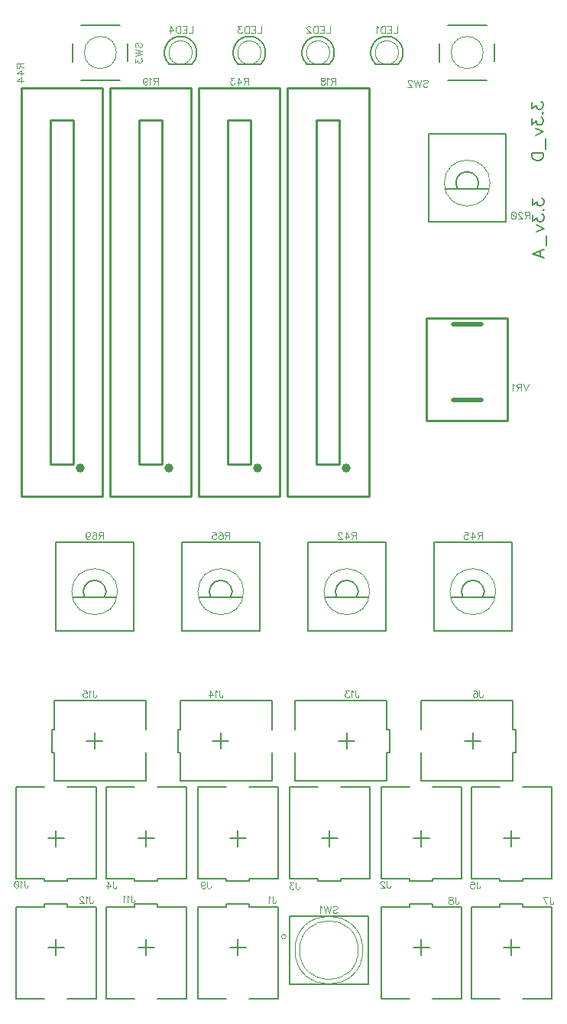
<source format=gbo>
G04 DipTrace 3.3.0.0*
G04 monsooon_01.GBO*
%MOIN*%
G04 #@! TF.FileFunction,Legend,Bot*
G04 #@! TF.Part,Single*
%ADD10C,0.009843*%
%ADD15C,0.008*%
%ADD24C,0.006*%
%ADD33C,0.000013*%
%ADD41C,0.005*%
%ADD43C,0.005984*%
%ADD50O,0.039405X0.039508*%
%ADD58C,0.02*%
%ADD121C,0.004632*%
%ADD125C,0.00772*%
%FSLAX26Y26*%
G04*
G70*
G90*
G75*
G01*
G04 BotSilk*
%LPD*%
X1416734Y644320D2*
D24*
X1346699D1*
X1381699Y609373D2*
Y679317D1*
X1331684Y819204D2*
X1206699D1*
X1431714D2*
X1556699D1*
X1431714Y419194D2*
X1556699D1*
X1331684D2*
X1206699D1*
Y819204D1*
X1556699D2*
Y419194D1*
X1431714Y819204D2*
D43*
Y831678D1*
X1331684D1*
Y819204D1*
X2146664Y1119078D2*
D24*
X2216699D1*
X2181699Y1154025D2*
Y1084082D1*
X2231714Y944195D2*
X2356699D1*
X2131684D2*
X2006699D1*
X2131684Y1344204D2*
X2006699D1*
X2231714D2*
X2356699D1*
Y944195D1*
X2006699D2*
Y1344204D1*
X2131684Y944195D2*
D43*
Y931721D1*
X2231714D1*
Y944195D1*
X1746664Y1119078D2*
D24*
X1816699D1*
X1781699Y1154025D2*
Y1084082D1*
X1831714Y944195D2*
X1956699D1*
X1731684D2*
X1606699D1*
X1731684Y1344204D2*
X1606699D1*
X1831714D2*
X1956699D1*
Y944195D1*
X1606699D2*
Y1344204D1*
X1731684Y944195D2*
D43*
Y931721D1*
X1831714D1*
Y944195D1*
X946664Y1119078D2*
D24*
X1016699D1*
X981699Y1154025D2*
Y1084082D1*
X1031714Y944195D2*
X1156699D1*
X931684D2*
X806699D1*
X931684Y1344204D2*
X806699D1*
X1031714D2*
X1156699D1*
Y944195D1*
X806699D2*
Y1344204D1*
X931684Y944195D2*
D43*
Y931721D1*
X1031714D1*
Y944195D1*
X2540415Y1119078D2*
D24*
X2610450D1*
X2575450Y1154025D2*
Y1084082D1*
X2625465Y944195D2*
X2750450D1*
X2525435D2*
X2400450D1*
X2525435Y1344204D2*
X2400450D1*
X2625465D2*
X2750450D1*
Y944195D1*
X2400450D2*
Y1344204D1*
X2525435Y944195D2*
D43*
Y931721D1*
X2625465D1*
Y944195D1*
X2406820Y1509164D2*
D24*
Y1579199D1*
X2371873Y1544199D2*
X2441817D1*
X2581704Y1594214D2*
Y1719199D1*
Y1494184D2*
Y1369199D1*
X2181694Y1494184D2*
Y1369199D1*
Y1594214D2*
Y1719199D1*
X2581704D1*
Y1369199D2*
X2181694D1*
X2581704Y1494184D2*
D43*
X2594178D1*
Y1594214D1*
X2581704D1*
X2610485Y644320D2*
D24*
X2540450D1*
X2575450Y609373D2*
Y679317D1*
X2525435Y819204D2*
X2400450D1*
X2625465D2*
X2750450D1*
X2625465Y419194D2*
X2750450D1*
X2525435D2*
X2400450D1*
Y819204D1*
X2750450D2*
Y419194D1*
X2625465Y819204D2*
D43*
Y831678D1*
X2525435D1*
Y819204D1*
X2216734Y644320D2*
D24*
X2146699D1*
X2181699Y609373D2*
Y679317D1*
X2131684Y819204D2*
X2006699D1*
X2231714D2*
X2356699D1*
X2231714Y419194D2*
X2356699D1*
X2131684D2*
X2006699D1*
Y819204D1*
X2356699D2*
Y419194D1*
X2231714Y819204D2*
D43*
Y831678D1*
X2131684D1*
Y819204D1*
X1346664Y1119078D2*
D24*
X1416699D1*
X1381699Y1154025D2*
Y1084082D1*
X1431714Y944195D2*
X1556699D1*
X1331684D2*
X1206699D1*
X1331684Y1344204D2*
X1206699D1*
X1431714D2*
X1556699D1*
Y944195D1*
X1206699D2*
Y1344204D1*
X1331684Y944195D2*
D43*
Y931721D1*
X1431714D1*
Y944195D1*
X552915Y1119078D2*
D24*
X622950D1*
X587950Y1154025D2*
Y1084082D1*
X637965Y944195D2*
X762950D1*
X537935D2*
X412950D1*
X537935Y1344204D2*
X412950D1*
X637965D2*
X762950D1*
Y944195D1*
X412950D2*
Y1344204D1*
X537935Y944195D2*
D43*
Y931721D1*
X637965D1*
Y944195D1*
X1016734Y644320D2*
D24*
X946699D1*
X981699Y609373D2*
Y679317D1*
X931684Y819204D2*
X806699D1*
X1031714D2*
X1156699D1*
X1031714Y419194D2*
X1156699D1*
X931684D2*
X806699D1*
Y819204D1*
X1156699D2*
Y419194D1*
X1031714Y819204D2*
D43*
Y831678D1*
X931684D1*
Y819204D1*
X622985Y644320D2*
D24*
X552950D1*
X587950Y609373D2*
Y679317D1*
X537935Y819204D2*
X412950D1*
X637965D2*
X762950D1*
X637965Y419194D2*
X762950D1*
X537935D2*
X412950D1*
Y819204D1*
X762950D2*
Y419194D1*
X637965Y819204D2*
D43*
Y831678D1*
X537935D1*
Y819204D1*
X1856820Y1509164D2*
D24*
Y1579199D1*
X1821873Y1544199D2*
X1891817D1*
X2031704Y1594214D2*
Y1719199D1*
Y1494184D2*
Y1369199D1*
X1631694Y1494184D2*
Y1369199D1*
Y1594214D2*
Y1719199D1*
X2031704D1*
Y1369199D2*
X1631694D1*
X2031704Y1494184D2*
D43*
X2044178D1*
Y1594214D1*
X2031704D1*
X1306578Y1579234D2*
D24*
Y1509199D1*
X1341525Y1544199D2*
X1271582D1*
X1131695Y1494184D2*
Y1369199D1*
Y1594214D2*
Y1719199D1*
X1531704Y1594214D2*
Y1719199D1*
Y1494184D2*
Y1369199D1*
X1131695D1*
Y1719199D2*
X1531704D1*
X1131695Y1594214D2*
D43*
X1119221D1*
Y1494184D1*
X1131695D1*
X756578Y1579234D2*
D24*
Y1509199D1*
X791525Y1544199D2*
X721582D1*
X581695Y1494184D2*
Y1369199D1*
Y1594214D2*
Y1719199D1*
X981704Y1594214D2*
Y1719199D1*
Y1494184D2*
Y1369199D1*
X581695D1*
Y1719199D2*
X981704D1*
X581695Y1594214D2*
D43*
X569221D1*
Y1494184D1*
X581695D1*
X1980522Y4544201D2*
D33*
G02X1980522Y4544201I51178J0D01*
G01*
X2081709Y4494201D2*
D41*
G03X1981690Y4494201I-50009J49995D01*
G01*
X2081709D2*
X1981690D1*
X1680522Y4544201D2*
D33*
G02X1680522Y4544201I51178J0D01*
G01*
X1781709Y4494201D2*
D41*
G03X1681690Y4494201I-50009J49995D01*
G01*
X1781709D2*
X1681690D1*
X1380522Y4544201D2*
D33*
G02X1380522Y4544201I51178J0D01*
G01*
X1481709Y4494201D2*
D41*
G03X1381690Y4494201I-50009J49995D01*
G01*
X1481709D2*
X1381690D1*
X1080522Y4544201D2*
D33*
G02X1080522Y4544201I51178J0D01*
G01*
X1181709Y4494201D2*
D41*
G03X1081690Y4494201I-50009J49995D01*
G01*
X1181709D2*
X1081690D1*
X1952631Y2610640D2*
D10*
X1598270D1*
X1952631D2*
Y4390258D1*
X1598270Y2610640D2*
Y4390258D1*
X1952631D2*
X1598270D1*
X1825470Y4250380D2*
X1725431D1*
X1825470D2*
Y2750518D1*
X1725431D2*
X1825470D1*
X1725431D2*
Y4250380D1*
D50*
X1855148Y2732722D3*
X1177631Y2610650D2*
D10*
X823270D1*
X1177631D2*
Y4390268D1*
X823270Y2610650D2*
Y4390268D1*
X1177631D2*
X823270D1*
X1050470Y4250390D2*
X950431D1*
X1050470D2*
Y2750528D1*
X950431D2*
X1050470D1*
X950431D2*
Y4250390D1*
D50*
X1080148Y2732732D3*
X2281714Y3975460D2*
D33*
G02X2281714Y3975460I99985J0D01*
G01*
X2550777Y4190411D2*
D41*
X2212621D1*
Y3804982D1*
X2550777D1*
Y4190411D1*
X2338412Y3950850D2*
D15*
G02X2424986Y3950850I43287J24597D01*
G01*
X2338412D2*
X2424986D1*
X2285229D2*
X2477153D1*
X1756714Y2194209D2*
D33*
G02X1756714Y2194209I99985J0D01*
G01*
X2025777Y2409160D2*
D41*
X1687621D1*
Y2023731D1*
X2025777D1*
Y2409160D1*
X1813412Y2169599D2*
D15*
G02X1899986Y2169599I43287J24597D01*
G01*
X1813412D2*
X1899986D1*
X1760229D2*
X1952153D1*
X1565129Y2610640D2*
D10*
X1210768D1*
X1565129D2*
Y4390258D1*
X1210768Y2610640D2*
Y4390258D1*
X1565129D2*
X1210768D1*
X1437968Y4250380D2*
X1337929D1*
X1437968D2*
Y2750518D1*
X1337929D2*
X1437968D1*
X1337929D2*
Y4250380D1*
D50*
X1467646Y2732722D3*
X790140Y2610640D2*
D10*
X435779D1*
X790140D2*
Y4390258D1*
X435779Y2610640D2*
Y4390258D1*
X790140D2*
X435779D1*
X662979Y4250380D2*
X562940D1*
X662979D2*
Y2750518D1*
X562940D2*
X662979D1*
X562940D2*
Y4250380D1*
D50*
X692657Y2732722D3*
X2306714Y2194209D2*
D33*
G02X2306714Y2194209I99985J0D01*
G01*
X2575777Y2409160D2*
D41*
X2237621D1*
Y2023731D1*
X2575777D1*
Y2409160D1*
X2363412Y2169599D2*
D15*
G02X2449986Y2169599I43287J24597D01*
G01*
X2363412D2*
X2449986D1*
X2310229D2*
X2502153D1*
X1206714Y2194209D2*
D33*
G02X1206714Y2194209I99985J0D01*
G01*
X1475777Y2409160D2*
D41*
X1137621D1*
Y2023731D1*
X1475777D1*
Y2409160D1*
X1263412Y2169599D2*
D15*
G02X1349986Y2169599I43287J24597D01*
G01*
X1263412D2*
X1349986D1*
X1210229D2*
X1402153D1*
X656714Y2194209D2*
D33*
G02X656714Y2194209I99985J0D01*
G01*
X925777Y2409160D2*
D41*
X587621D1*
Y2023731D1*
X925777D1*
Y2409160D1*
X713412Y2169599D2*
D15*
G02X799986Y2169599I43287J24597D01*
G01*
X713412D2*
X799986D1*
X660229D2*
X852153D1*
X1571852Y690752D2*
D33*
G02X1571852Y690752I9847J0D01*
G01*
X1630584Y631699D2*
G02X1630584Y631699I147966J0D01*
G01*
X1650584D2*
G02X1650584Y631699I127966J0D01*
G01*
X1607301Y779338D2*
D41*
X1949799D1*
Y484060D1*
X1607301Y779338D2*
Y484060D1*
X1949799D1*
X2311706Y4544199D2*
D33*
G02X2311706Y4544199I69993J0D01*
G01*
X2466707Y4424197D2*
D15*
X2296691D1*
Y4664202D2*
X2466707D1*
X2501687Y4504913D2*
Y4584192D1*
X2261711Y4503728D2*
Y4584192D1*
X711706Y4544199D2*
D33*
G02X711706Y4544199I69993J0D01*
G01*
X866707Y4424197D2*
D15*
X696691D1*
Y4664202D2*
X866707D1*
X901687Y4504913D2*
Y4584192D1*
X661711Y4503728D2*
Y4584192D1*
X2558817Y3385143D2*
D10*
X2204582D1*
Y2938242D1*
X2558817D1*
Y3385143D1*
X2443676Y3359219D2*
D58*
X2319675D1*
X2443676Y3029194D2*
X2319675D1*
X1532504Y866872D2*
D121*
Y843924D1*
X1533930Y839613D1*
X1535389Y838187D1*
X1538241Y836728D1*
X1541126D1*
X1543978Y838187D1*
X1545404Y839613D1*
X1546863Y843924D1*
Y846776D1*
X1523241Y861102D2*
X1520356Y862561D1*
X1516045Y866839D1*
Y836728D1*
X2031882Y931805D2*
Y908857D1*
X2033308Y904546D1*
X2034767Y903120D1*
X2037619Y901661D1*
X2040504D1*
X2043356Y903120D1*
X2044782Y904546D1*
X2046241Y908857D1*
Y911709D1*
X2021159Y924609D2*
Y926035D1*
X2019733Y928920D1*
X2018308Y930346D1*
X2015422Y931772D1*
X2009685D1*
X2006834Y930346D1*
X2005408Y928920D1*
X2003948Y926035D1*
Y923183D1*
X2005408Y920298D1*
X2008260Y916020D1*
X2022619Y901661D1*
X2002523D1*
X1634953Y927511D2*
Y904563D1*
X1636379Y900252D1*
X1637838Y898826D1*
X1640690Y897367D1*
X1643575D1*
X1646427Y898826D1*
X1647853Y900252D1*
X1649312Y904563D1*
Y907415D1*
X1622804Y927478D2*
X1607053D1*
X1615641Y916004D1*
X1611330D1*
X1608478Y914578D1*
X1607053Y913152D1*
X1605593Y908841D1*
Y905989D1*
X1607053Y901678D1*
X1609904Y898793D1*
X1614215Y897367D1*
X1618526D1*
X1622804Y898793D1*
X1624230Y900252D1*
X1625689Y903104D1*
X837178Y930736D2*
Y907788D1*
X838604Y903477D1*
X840063Y902051D1*
X842915Y900592D1*
X845800D1*
X848652Y902051D1*
X850078Y903477D1*
X851537Y907788D1*
Y910640D1*
X813555Y900592D2*
Y930702D1*
X827914Y910640D1*
X806392D1*
X2423432Y930705D2*
Y907758D1*
X2424858Y903447D1*
X2426317Y902021D1*
X2429169Y900561D1*
X2432054D1*
X2434906Y902021D1*
X2436332Y903447D1*
X2437791Y907758D1*
Y910609D1*
X2396957Y930672D2*
X2411283D1*
X2412709Y917772D1*
X2411283Y919198D1*
X2406972Y920657D1*
X2402694D1*
X2398383Y919198D1*
X2395498Y916346D1*
X2394072Y912035D1*
Y909183D1*
X2395498Y904872D1*
X2398383Y901987D1*
X2402694Y900561D1*
X2406972D1*
X2411283Y901987D1*
X2412709Y903447D1*
X2414168Y906298D1*
X2435470Y1763133D2*
Y1740185D1*
X2436896Y1735874D1*
X2438355Y1734448D1*
X2441207Y1732989D1*
X2444092D1*
X2446944Y1734448D1*
X2448370Y1735874D1*
X2449829Y1740185D1*
Y1743037D1*
X2408996Y1758822D2*
X2410422Y1761674D1*
X2414733Y1763100D1*
X2417585D1*
X2421896Y1761674D1*
X2424781Y1757363D1*
X2426207Y1750200D1*
Y1743037D1*
X2424781Y1737300D1*
X2421896Y1734415D1*
X2417585Y1732989D1*
X2416159D1*
X2411881Y1734415D1*
X2408996Y1737300D1*
X2407570Y1741611D1*
Y1743037D1*
X2408996Y1747348D1*
X2411881Y1750200D1*
X2416159Y1751626D1*
X2417585D1*
X2421896Y1750200D1*
X2424781Y1747348D1*
X2426207Y1743037D1*
X2742988Y861892D2*
Y838944D1*
X2744414Y834633D1*
X2745873Y833207D1*
X2748725Y831748D1*
X2751610D1*
X2754462Y833207D1*
X2755888Y834633D1*
X2757347Y838944D1*
Y841796D1*
X2727988Y831748D2*
X2713629Y861859D1*
X2733725D1*
X2329969Y863404D2*
Y840456D1*
X2331395Y836145D1*
X2332854Y834719D1*
X2335706Y833260D1*
X2338591D1*
X2341443Y834719D1*
X2342869Y836145D1*
X2344328Y840456D1*
Y843308D1*
X2313543Y863370D2*
X2317821Y861944D1*
X2319280Y859093D1*
Y856208D1*
X2317821Y853356D1*
X2314969Y851896D1*
X2309232Y850471D1*
X2304921Y849045D1*
X2302069Y846160D1*
X2300643Y843308D1*
Y838997D1*
X2302069Y836145D1*
X2303495Y834686D1*
X2307806Y833260D1*
X2313543D1*
X2317821Y834686D1*
X2319280Y836145D1*
X2320706Y838997D1*
Y843308D1*
X2319280Y846160D1*
X2316395Y849045D1*
X2312117Y850471D1*
X2306380Y851896D1*
X2303495Y853356D1*
X2302069Y856208D1*
Y859093D1*
X2303495Y861944D1*
X2307806Y863370D1*
X2313543D1*
X1248052Y930736D2*
Y907788D1*
X1249478Y903477D1*
X1250937Y902051D1*
X1253789Y900592D1*
X1256674D1*
X1259526Y902051D1*
X1260952Y903477D1*
X1262411Y907788D1*
Y910640D1*
X1220119Y920688D2*
X1221578Y916377D1*
X1224430Y913492D1*
X1228741Y912066D1*
X1230167D1*
X1234478Y913492D1*
X1237330Y916377D1*
X1238789Y920688D1*
Y922114D1*
X1237330Y926425D1*
X1234478Y929277D1*
X1230167Y930702D1*
X1228741D1*
X1224430Y929277D1*
X1221578Y926425D1*
X1220119Y920688D1*
Y913492D1*
X1221578Y906329D1*
X1224430Y902018D1*
X1228741Y900592D1*
X1231593D1*
X1235904Y902018D1*
X1237330Y904903D1*
X450945Y933761D2*
Y910813D1*
X452371Y906502D1*
X453830Y905076D1*
X456682Y903617D1*
X459567D1*
X462419Y905076D1*
X463845Y906502D1*
X465304Y910813D1*
Y913665D1*
X441682Y927990D2*
X438797Y929450D1*
X434486Y933727D1*
Y903617D1*
X416600Y933727D2*
X420911Y932301D1*
X423796Y927990D1*
X425222Y920827D1*
Y916516D1*
X423796Y909354D1*
X420911Y905043D1*
X416600Y903617D1*
X413748D1*
X409437Y905043D1*
X406585Y909354D1*
X405126Y916516D1*
Y920827D1*
X406585Y927990D1*
X409437Y932301D1*
X413748Y933727D1*
X416600D1*
X406585Y927990D2*
X423796Y909354D1*
X915987Y870142D2*
Y847195D1*
X917413Y842884D1*
X918872Y841458D1*
X921724Y839998D1*
X924609D1*
X927461Y841458D1*
X928887Y842884D1*
X930346Y847195D1*
Y850046D1*
X906724Y864372D2*
X903839Y865831D1*
X899528Y870109D1*
Y839998D1*
X890264Y864372D2*
X887379Y865831D1*
X883068Y870109D1*
Y839998D1*
X735527Y865803D2*
Y842855D1*
X736953Y838544D1*
X738412Y837118D1*
X741264Y835659D1*
X744149D1*
X747001Y837118D1*
X748427Y838544D1*
X749886Y842855D1*
Y845707D1*
X726263Y860032D2*
X723378Y861492D1*
X719067Y865769D1*
Y835659D1*
X708344Y858606D2*
Y860032D1*
X706918Y862917D1*
X705492Y864343D1*
X702607Y865769D1*
X696870D1*
X694018Y864343D1*
X692592Y862917D1*
X691133Y860032D1*
Y857181D1*
X692592Y854295D1*
X695444Y850018D1*
X709803Y835659D1*
X689707D1*
X1894429Y1763133D2*
Y1740185D1*
X1895855Y1735874D1*
X1897315Y1734448D1*
X1900166Y1732989D1*
X1903052D1*
X1905903Y1734448D1*
X1907329Y1735874D1*
X1908789Y1740185D1*
Y1743037D1*
X1885166Y1757363D2*
X1882281Y1758822D1*
X1877970Y1763100D1*
Y1732989D1*
X1865821Y1763100D2*
X1850069D1*
X1858658Y1751626D1*
X1854347D1*
X1851495Y1750200D1*
X1850069Y1748774D1*
X1848610Y1744463D1*
Y1741611D1*
X1850069Y1737300D1*
X1852921Y1734415D1*
X1857232Y1732989D1*
X1861543D1*
X1865821Y1734415D1*
X1867247Y1735874D1*
X1868706Y1738726D1*
X1301142Y1763133D2*
Y1740185D1*
X1302568Y1735874D1*
X1304028Y1734448D1*
X1306879Y1732989D1*
X1309765D1*
X1312616Y1734448D1*
X1314042Y1735874D1*
X1315501Y1740185D1*
Y1743037D1*
X1291879Y1757363D2*
X1288994Y1758822D1*
X1284683Y1763100D1*
Y1732989D1*
X1261060D2*
Y1763100D1*
X1275419Y1743037D1*
X1253897D1*
X750429Y1763133D2*
Y1740185D1*
X751855Y1735874D1*
X753315Y1734448D1*
X756166Y1732989D1*
X759052D1*
X761903Y1734448D1*
X763329Y1735874D1*
X764789Y1740185D1*
Y1743037D1*
X741166Y1757363D2*
X738281Y1758822D1*
X733970Y1763100D1*
Y1732989D1*
X707495Y1763100D2*
X721821D1*
X723247Y1750200D1*
X721821Y1751626D1*
X717510Y1753085D1*
X713232D1*
X708921Y1751626D1*
X706036Y1748774D1*
X704610Y1744463D1*
Y1741611D1*
X706036Y1737300D1*
X708921Y1734415D1*
X713232Y1732989D1*
X717510D1*
X721821Y1734415D1*
X723247Y1735874D1*
X724706Y1738726D1*
X2077165Y4658844D2*
Y4628700D1*
X2059954D1*
X2032053Y4658844D2*
X2050690D1*
Y4628700D1*
X2032053D1*
X2050690Y4644485D2*
X2039216D1*
X2022790Y4658844D2*
Y4628700D1*
X2012742D1*
X2008431Y4630159D1*
X2005546Y4633011D1*
X2004120Y4635896D1*
X2002694Y4640174D1*
Y4647370D1*
X2004120Y4651681D1*
X2005546Y4654533D1*
X2008431Y4657418D1*
X2012742Y4658844D1*
X2022790D1*
X1993430Y4653074D2*
X1990545Y4654533D1*
X1986234Y4658811D1*
Y4628700D1*
X1783615Y4658844D2*
Y4628700D1*
X1766404D1*
X1738503Y4658844D2*
X1757140D1*
Y4628700D1*
X1738503D1*
X1757140Y4644485D2*
X1745666D1*
X1729240Y4658844D2*
Y4628700D1*
X1719192D1*
X1714881Y4630159D1*
X1711996Y4633011D1*
X1710570Y4635896D1*
X1709144Y4640174D1*
Y4647370D1*
X1710570Y4651681D1*
X1711996Y4654533D1*
X1714881Y4657418D1*
X1719192Y4658844D1*
X1729240D1*
X1698421Y4651648D2*
Y4653074D1*
X1696995Y4655959D1*
X1695569Y4657385D1*
X1692684Y4658811D1*
X1686947D1*
X1684095Y4657385D1*
X1682669Y4655959D1*
X1681210Y4653074D1*
Y4650222D1*
X1682669Y4647337D1*
X1685521Y4643059D1*
X1699880Y4628700D1*
X1679784D1*
X1483615Y4658844D2*
Y4628700D1*
X1466404D1*
X1438503Y4658844D2*
X1457140D1*
Y4628700D1*
X1438503D1*
X1457140Y4644485D2*
X1445666D1*
X1429240Y4658844D2*
Y4628700D1*
X1419192D1*
X1414881Y4630159D1*
X1411996Y4633011D1*
X1410570Y4635896D1*
X1409144Y4640174D1*
Y4647370D1*
X1410570Y4651681D1*
X1411996Y4654533D1*
X1414881Y4657418D1*
X1419192Y4658844D1*
X1429240D1*
X1396995Y4658811D2*
X1381243D1*
X1389832Y4647337D1*
X1385521D1*
X1382669Y4645911D1*
X1381243Y4644485D1*
X1379784Y4640174D1*
Y4637322D1*
X1381243Y4633011D1*
X1384095Y4630126D1*
X1388406Y4628700D1*
X1392717D1*
X1396995Y4630126D1*
X1398421Y4631585D1*
X1399880Y4634437D1*
X1184328Y4658844D2*
Y4628700D1*
X1167117D1*
X1139216Y4658844D2*
X1157853D1*
Y4628700D1*
X1139216D1*
X1157853Y4644485D2*
X1146379D1*
X1129953Y4658844D2*
Y4628700D1*
X1119905D1*
X1115594Y4630159D1*
X1112709Y4633011D1*
X1111283Y4635896D1*
X1109857Y4640174D1*
Y4647370D1*
X1111283Y4651681D1*
X1112709Y4654533D1*
X1115594Y4657418D1*
X1119905Y4658844D1*
X1129953D1*
X1086234Y4628700D2*
Y4658811D1*
X1100593Y4638748D1*
X1079071D1*
X1808391Y4419833D2*
X1795491D1*
X1791180Y4421292D1*
X1789721Y4422718D1*
X1788295Y4425570D1*
Y4428455D1*
X1789721Y4431307D1*
X1791180Y4432766D1*
X1795491Y4434192D1*
X1808391D1*
Y4404048D1*
X1798343Y4419833D2*
X1788295Y4404048D1*
X1779032Y4428422D2*
X1776146Y4429881D1*
X1771835Y4434158D1*
Y4404048D1*
X1755409Y4434158D2*
X1759687Y4432733D1*
X1761146Y4429881D1*
Y4426996D1*
X1759687Y4424144D1*
X1756835Y4422685D1*
X1751098Y4421259D1*
X1746787Y4419833D1*
X1743935Y4416948D1*
X1742509Y4414096D1*
Y4409785D1*
X1743935Y4406933D1*
X1745361Y4405474D1*
X1749672Y4404048D1*
X1755409D1*
X1759687Y4405474D1*
X1761146Y4406933D1*
X1762572Y4409785D1*
Y4414096D1*
X1761146Y4416948D1*
X1758261Y4419833D1*
X1753983Y4421259D1*
X1748246Y4422685D1*
X1745361Y4424144D1*
X1743935Y4426996D1*
Y4429881D1*
X1745361Y4432733D1*
X1749672Y4434158D1*
X1755409D1*
X1032695Y4419843D2*
X1019795D1*
X1015484Y4421302D1*
X1014025Y4422728D1*
X1012599Y4425580D1*
Y4428465D1*
X1014025Y4431317D1*
X1015484Y4432776D1*
X1019795Y4434202D1*
X1032695D1*
Y4404058D1*
X1022647Y4419843D2*
X1012599Y4404058D1*
X1003335Y4428432D2*
X1000450Y4429891D1*
X996139Y4434169D1*
Y4404058D1*
X968205Y4424154D2*
X969665Y4419843D1*
X972516Y4416958D1*
X976827Y4415532D1*
X978253D1*
X982564Y4416958D1*
X985416Y4419843D1*
X986875Y4424154D1*
Y4425580D1*
X985416Y4429891D1*
X982564Y4432743D1*
X978253Y4434169D1*
X976827D1*
X972516Y4432743D1*
X969665Y4429891D1*
X968205Y4424154D1*
Y4416958D1*
X969665Y4409795D1*
X972516Y4405484D1*
X976827Y4404058D1*
X979679D1*
X983990Y4405484D1*
X985416Y4408369D1*
X2652396Y3835613D2*
X2639496D1*
X2635185Y3837072D1*
X2633726Y3838498D1*
X2632300Y3841350D1*
Y3844235D1*
X2633726Y3847087D1*
X2635185Y3848546D1*
X2639496Y3849972D1*
X2652396D1*
Y3819828D1*
X2642348Y3835613D2*
X2632300Y3819828D1*
X2621577Y3842776D2*
Y3844202D1*
X2620151Y3847087D1*
X2618725Y3848513D1*
X2615840Y3849939D1*
X2610103D1*
X2607251Y3848513D1*
X2605825Y3847087D1*
X2604366Y3844202D1*
Y3841350D1*
X2605825Y3838465D1*
X2608677Y3834187D1*
X2623036Y3819828D1*
X2602940D1*
X2585055Y3849939D2*
X2589366Y3848513D1*
X2592251Y3844202D1*
X2593677Y3837039D1*
Y3832728D1*
X2592251Y3825565D1*
X2589366Y3821254D1*
X2585055Y3819828D1*
X2582203D1*
X2577892Y3821254D1*
X2575040Y3825565D1*
X2573581Y3832728D1*
Y3837039D1*
X2575040Y3844202D1*
X2577892Y3848513D1*
X2582203Y3849939D1*
X2585055D1*
X2575040Y3844202D2*
X2592251Y3825565D1*
X1896820Y2438735D2*
X1883920D1*
X1879609Y2440194D1*
X1878150Y2441620D1*
X1876724Y2444472D1*
Y2447357D1*
X1878150Y2450209D1*
X1879609Y2451668D1*
X1883920Y2453094D1*
X1896820D1*
Y2422950D1*
X1886772Y2438735D2*
X1876724Y2422950D1*
X1853101D2*
Y2453061D1*
X1867460Y2432998D1*
X1845938D1*
X1835216Y2445898D2*
Y2447324D1*
X1833790Y2450209D1*
X1832364Y2451635D1*
X1829479Y2453061D1*
X1823742D1*
X1820890Y2451635D1*
X1819464Y2450209D1*
X1818005Y2447324D1*
Y2444472D1*
X1819464Y2441587D1*
X1822316Y2437309D1*
X1836675Y2422950D1*
X1816579D1*
X1428069Y4419833D2*
X1415169D1*
X1410858Y4421292D1*
X1409399Y4422718D1*
X1407973Y4425570D1*
Y4428455D1*
X1409399Y4431307D1*
X1410858Y4432766D1*
X1415169Y4434192D1*
X1428069D1*
Y4404048D1*
X1418021Y4419833D2*
X1407973Y4404048D1*
X1384351D2*
Y4434158D1*
X1398710Y4414096D1*
X1377188D1*
X1365039Y4434158D2*
X1349287D1*
X1357876Y4422685D1*
X1353565D1*
X1350713Y4421259D1*
X1349287Y4419833D1*
X1347828Y4415522D1*
Y4412670D1*
X1349287Y4408359D1*
X1352139Y4405474D1*
X1356450Y4404048D1*
X1360761D1*
X1365039Y4405474D1*
X1366465Y4406933D1*
X1367924Y4409785D1*
X430302Y4495986D2*
Y4483086D1*
X428843Y4478775D1*
X427417Y4477316D1*
X424565Y4475890D1*
X421680D1*
X418828Y4477316D1*
X417369Y4478775D1*
X415943Y4483086D1*
Y4495986D1*
X446087D1*
X430302Y4485938D2*
X446087Y4475890D1*
Y4452267D2*
X415976D1*
X436039Y4466626D1*
Y4445104D1*
X446087Y4421482D2*
X415976D1*
X436039Y4435841D1*
Y4414319D1*
X2446820Y2438735D2*
X2433920D1*
X2429609Y2440194D1*
X2428150Y2441620D1*
X2426724Y2444472D1*
Y2447357D1*
X2428150Y2450209D1*
X2429609Y2451668D1*
X2433920Y2453094D1*
X2446820D1*
Y2422950D1*
X2436772Y2438735D2*
X2426724Y2422950D1*
X2403101D2*
Y2453061D1*
X2417460Y2432998D1*
X2395938D1*
X2369464Y2453061D2*
X2383790D1*
X2385216Y2440161D1*
X2383790Y2441587D1*
X2379479Y2443046D1*
X2375201D1*
X2370890Y2441587D1*
X2368005Y2438735D1*
X2366579Y2434424D1*
Y2431572D1*
X2368005Y2427261D1*
X2370890Y2424376D1*
X2375201Y2422950D1*
X2379479D1*
X2383790Y2424376D1*
X2385216Y2425835D1*
X2386675Y2428687D1*
X1345377Y2438735D2*
X1332477D1*
X1328166Y2440194D1*
X1326707Y2441620D1*
X1325281Y2444472D1*
Y2447357D1*
X1326707Y2450209D1*
X1328166Y2451668D1*
X1332477Y2453094D1*
X1345377D1*
Y2422950D1*
X1335329Y2438735D2*
X1325281Y2422950D1*
X1298807Y2448783D2*
X1300233Y2451635D1*
X1304544Y2453061D1*
X1307396D1*
X1311707Y2451635D1*
X1314592Y2447324D1*
X1316018Y2440161D1*
Y2432998D1*
X1314592Y2427261D1*
X1311707Y2424376D1*
X1307396Y2422950D1*
X1305970D1*
X1301692Y2424376D1*
X1298807Y2427261D1*
X1297381Y2431572D1*
Y2432998D1*
X1298807Y2437309D1*
X1301692Y2440161D1*
X1305970Y2441587D1*
X1307396D1*
X1311707Y2440161D1*
X1314592Y2437309D1*
X1316018Y2432998D1*
X1270906Y2453061D2*
X1285232D1*
X1286658Y2440161D1*
X1285232Y2441587D1*
X1280921Y2443046D1*
X1276643D1*
X1272332Y2441587D1*
X1269447Y2438735D1*
X1268021Y2434424D1*
Y2431572D1*
X1269447Y2427261D1*
X1272332Y2424376D1*
X1276643Y2422950D1*
X1280921D1*
X1285232Y2424376D1*
X1286658Y2425835D1*
X1288117Y2428687D1*
X794664Y2438735D2*
X781765D1*
X777453Y2440194D1*
X775994Y2441620D1*
X774568Y2444472D1*
Y2447357D1*
X775994Y2450209D1*
X777453Y2451668D1*
X781765Y2453094D1*
X794664D1*
Y2422950D1*
X784616Y2438735D2*
X774568Y2422950D1*
X748094Y2448783D2*
X749520Y2451635D1*
X753831Y2453061D1*
X756683D1*
X760994Y2451635D1*
X763879Y2447324D1*
X765305Y2440161D1*
Y2432998D1*
X763879Y2427261D1*
X760994Y2424376D1*
X756683Y2422950D1*
X755257D1*
X750979Y2424376D1*
X748094Y2427261D1*
X746668Y2431572D1*
Y2432998D1*
X748094Y2437309D1*
X750979Y2440161D1*
X755257Y2441587D1*
X756683D1*
X760994Y2440161D1*
X763879Y2437309D1*
X765305Y2432998D1*
X718734Y2443046D2*
X720194Y2438735D1*
X723045Y2435850D1*
X727356Y2434424D1*
X728782D1*
X733093Y2435850D1*
X735945Y2438735D1*
X737404Y2443046D1*
Y2444472D1*
X735945Y2448783D1*
X733093Y2451635D1*
X728782Y2453061D1*
X727356D1*
X723045Y2451635D1*
X720194Y2448783D1*
X718734Y2443046D1*
Y2435850D1*
X720194Y2428687D1*
X723045Y2424376D1*
X727356Y2422950D1*
X730208D1*
X734519Y2424376D1*
X735945Y2427261D1*
X1795722Y819287D2*
X1798574Y822172D1*
X1802885Y823598D1*
X1808622D1*
X1812933Y822172D1*
X1815818Y819287D1*
Y816435D1*
X1814359Y813550D1*
X1812933Y812124D1*
X1810081Y810698D1*
X1801459Y807813D1*
X1798574Y806387D1*
X1797148Y804928D1*
X1795722Y802076D1*
Y797765D1*
X1798574Y794913D1*
X1802885Y793454D1*
X1808622D1*
X1812933Y794913D1*
X1815818Y797765D1*
X1786459Y823598D2*
X1779263Y793454D1*
X1772100Y823598D1*
X1764937Y793454D1*
X1757741Y823598D1*
X1748477Y817828D2*
X1745592Y819287D1*
X1741281Y823565D1*
Y793454D1*
X2189008Y4420297D2*
X2191860Y4423182D1*
X2196171Y4424608D1*
X2201908D1*
X2206219Y4423182D1*
X2209104Y4420297D1*
Y4417445D1*
X2207645Y4414560D1*
X2206219Y4413134D1*
X2203367Y4411708D1*
X2194745Y4408823D1*
X2191860Y4407397D1*
X2190434Y4405938D1*
X2189008Y4403086D1*
Y4398775D1*
X2191860Y4395923D1*
X2196171Y4394464D1*
X2201908D1*
X2206219Y4395923D1*
X2209104Y4398775D1*
X2179745Y4424608D2*
X2172549Y4394464D1*
X2165386Y4424608D1*
X2158223Y4394464D1*
X2151027Y4424608D1*
X2140304Y4417412D2*
Y4418838D1*
X2138878Y4421723D1*
X2137452Y4423149D1*
X2134567Y4424575D1*
X2128830D1*
X2125978Y4423149D1*
X2124552Y4421723D1*
X2123093Y4418838D1*
Y4415986D1*
X2124552Y4413101D1*
X2127404Y4408823D1*
X2141763Y4394464D1*
X2121667D1*
X936758Y4567363D2*
X933873Y4570215D1*
X932447Y4574526D1*
Y4580263D1*
X933873Y4584574D1*
X936758Y4587459D1*
X939610D1*
X942495Y4586000D1*
X943921Y4584574D1*
X945347Y4581722D1*
X948232Y4573100D1*
X949658Y4570215D1*
X951117Y4568789D1*
X953969Y4567363D1*
X958280D1*
X961132Y4570215D1*
X962591Y4574526D1*
Y4580263D1*
X961132Y4584574D1*
X958280Y4587459D1*
X932447Y4558099D2*
X962591Y4550903D1*
X932447Y4543740D1*
X962591Y4536577D1*
X932447Y4529381D1*
X932480Y4517233D2*
Y4501481D1*
X943954Y4510070D1*
Y4505759D1*
X945380Y4502907D1*
X946806Y4501481D1*
X951117Y4500022D1*
X953969D1*
X958280Y4501481D1*
X961165Y4504333D1*
X962591Y4508644D1*
Y4512955D1*
X961165Y4517233D1*
X959706Y4518658D1*
X956854Y4520118D1*
X2649036Y3099615D2*
X2637562Y3069471D1*
X2626088Y3099615D1*
X2616824Y3085256D2*
X2603924D1*
X2599613Y3086715D1*
X2598154Y3088141D1*
X2596728Y3090993D1*
Y3093878D1*
X2598154Y3096730D1*
X2599613Y3098189D1*
X2603924Y3099615D1*
X2616824D1*
Y3069471D1*
X2606776Y3085256D2*
X2596728Y3069471D1*
X2587465Y3093845D2*
X2584580Y3095304D1*
X2580269Y3099582D1*
Y3069471D1*
X2664038Y4326484D2*
D125*
Y4300231D1*
X2683161Y4314546D1*
Y4307361D1*
X2685537Y4302608D1*
X2687914Y4300231D1*
X2695099Y4297800D1*
X2699852D1*
X2707037Y4300231D1*
X2711846Y4304985D1*
X2714222Y4312170D1*
Y4319355D1*
X2711846Y4326484D1*
X2709414Y4328861D1*
X2704661Y4331293D1*
X2709414Y4279984D2*
X2711846Y4282360D1*
X2714222Y4279984D1*
X2711846Y4277552D1*
X2709414Y4279984D1*
X2664038Y4257304D2*
Y4231051D1*
X2683161Y4245366D1*
Y4238181D1*
X2685537Y4233428D1*
X2687914Y4231051D1*
X2695099Y4228619D1*
X2699852D1*
X2707037Y4231051D1*
X2711846Y4235804D1*
X2714222Y4242989D1*
Y4250174D1*
X2711846Y4257304D1*
X2709414Y4259681D1*
X2704661Y4262113D1*
X2680729Y4213180D2*
X2714222Y4198810D1*
X2680729Y4184495D1*
X2722513Y4169056D2*
Y4123624D1*
X2663982Y4108185D2*
X2714222D1*
Y4091439D1*
X2711790Y4084254D1*
X2707037Y4079445D1*
X2702229Y4077068D1*
X2695099Y4074692D1*
X2683106D1*
X2675920Y4077068D1*
X2671167Y4079445D1*
X2666359Y4084254D1*
X2663982Y4091439D1*
Y4108185D1*
X2667182Y3905184D2*
Y3878931D1*
X2686305Y3893246D1*
Y3886061D1*
X2688682Y3881308D1*
X2691058Y3878931D1*
X2698243Y3876499D1*
X2702997D1*
X2710182Y3878931D1*
X2714990Y3883684D1*
X2717367Y3890869D1*
Y3898054D1*
X2714990Y3905184D1*
X2712558Y3907561D1*
X2707805Y3909992D1*
X2712558Y3858683D2*
X2714990Y3861060D1*
X2717367Y3858683D1*
X2714990Y3856251D1*
X2712558Y3858683D1*
X2667182Y3836004D2*
Y3809751D1*
X2686305Y3824065D1*
Y3816880D1*
X2688682Y3812127D1*
X2691058Y3809751D1*
X2698243Y3807319D1*
X2702997D1*
X2710182Y3809751D1*
X2714990Y3814504D1*
X2717367Y3821689D1*
Y3828874D1*
X2714990Y3836004D1*
X2712558Y3838380D1*
X2707805Y3840812D1*
X2683873Y3791880D2*
X2717367Y3777509D1*
X2683873Y3763195D1*
X2725657Y3747755D2*
Y3702324D1*
X2717367Y3648583D2*
X2667127Y3667761D1*
X2717367Y3686885D1*
X2700620Y3679700D2*
Y3655768D1*
M02*

</source>
